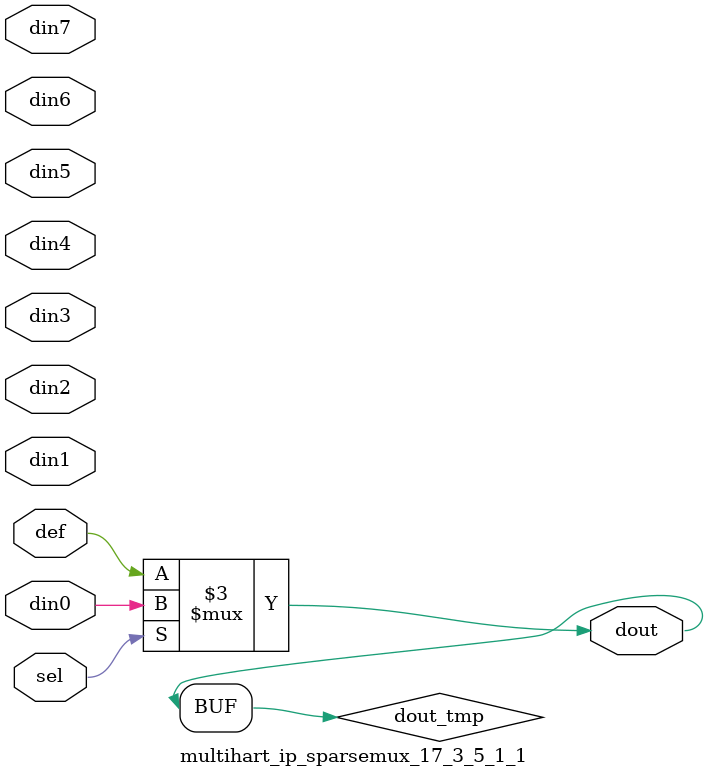
<source format=v>
`timescale 1ns / 1ps

module multihart_ip_sparsemux_17_3_5_1_1 (din0,din1,din2,din3,din4,din5,din6,din7,def,sel,dout);

parameter din0_WIDTH = 1;

parameter din1_WIDTH = 1;

parameter din2_WIDTH = 1;

parameter din3_WIDTH = 1;

parameter din4_WIDTH = 1;

parameter din5_WIDTH = 1;

parameter din6_WIDTH = 1;

parameter din7_WIDTH = 1;

parameter def_WIDTH = 1;
parameter sel_WIDTH = 1;
parameter dout_WIDTH = 1;

parameter [sel_WIDTH-1:0] CASE0 = 1;

parameter [sel_WIDTH-1:0] CASE1 = 1;

parameter [sel_WIDTH-1:0] CASE2 = 1;

parameter [sel_WIDTH-1:0] CASE3 = 1;

parameter [sel_WIDTH-1:0] CASE4 = 1;

parameter [sel_WIDTH-1:0] CASE5 = 1;

parameter [sel_WIDTH-1:0] CASE6 = 1;

parameter [sel_WIDTH-1:0] CASE7 = 1;

parameter ID = 1;
parameter NUM_STAGE = 1;



input [din0_WIDTH-1:0] din0;

input [din1_WIDTH-1:0] din1;

input [din2_WIDTH-1:0] din2;

input [din3_WIDTH-1:0] din3;

input [din4_WIDTH-1:0] din4;

input [din5_WIDTH-1:0] din5;

input [din6_WIDTH-1:0] din6;

input [din7_WIDTH-1:0] din7;

input [def_WIDTH-1:0] def;
input [sel_WIDTH-1:0] sel;

output [dout_WIDTH-1:0] dout;



reg [dout_WIDTH-1:0] dout_tmp;


always @ (*) begin
(* parallel_case *) case (sel)
    
    CASE0 : dout_tmp = din0;
    
    CASE1 : dout_tmp = din1;
    
    CASE2 : dout_tmp = din2;
    
    CASE3 : dout_tmp = din3;
    
    CASE4 : dout_tmp = din4;
    
    CASE5 : dout_tmp = din5;
    
    CASE6 : dout_tmp = din6;
    
    CASE7 : dout_tmp = din7;
    
    default : dout_tmp = def;
endcase
end


assign dout = dout_tmp;



endmodule

</source>
